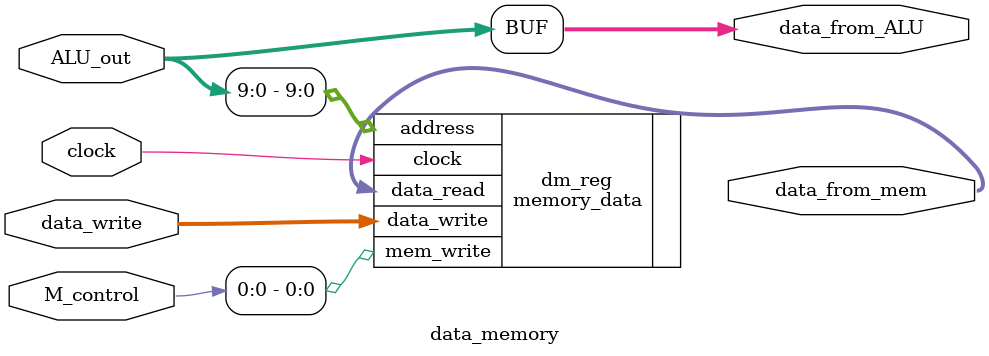
<source format=v>
`timescale 1ns / 1ps
module data_memory(
						input clock,
						input [1:0]M_control,
						//inout [1:0]WB_control, //entrada-salida
						//input zero,//no hace falta
						//input [31:0]address,
						input [31:0]data_write,
						input [31:0]ALU_out,	//salida puenteada de la etapa anterior(igual a address)
						//inout [4:0]reg_write,	//quitado porque va entre latches				
						//output [31:0]data_register,
						output [31:0]data_from_mem,
						output [31:0]data_from_ALU

    );
	 
//initial rb = 0;

assign data_from_ALU=ALU_out; //ESTO PODRIA PASAR DE LATCH A LATCH

memory_data dm_reg (
    .clock(clock), 
    .address(ALU_out[9:0]), 
    .data_write(data_write), 
    .mem_write(M_control[0]), 
    .data_read(data_from_mem)
    );

/*data_mem dm(
  .clka(clock),
  .wea(M_control[0]),//La memoria lee con esta senial en 0 y escribe con la senial en 1
  .addra(ALU_out[9:0]),
  .dina(data_write),
  .douta(data_from_mem)
);*/

/*register_bank instance_name (
    .reg_write(M_control[0]), 
    .clock(clock), 
    .ra(ALU_out[5:0]), //Direccion de lectura
    .rb(rb), //NO se usa
    .rw(ALU_out[5:0]), //Direccion de escritura
    .busw(data_write), //Dato escrito
    .bus_a(data_from_mem), //Dato leido
    .bus_b(bus_b) //No se usa
    );*/

endmodule

</source>
